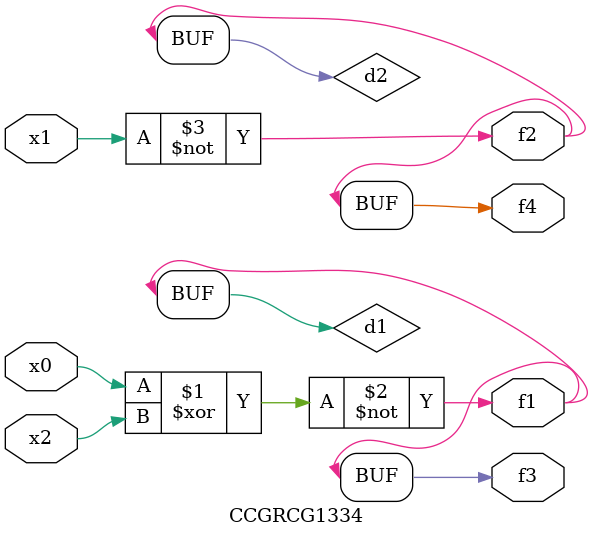
<source format=v>
module CCGRCG1334(
	input x0, x1, x2,
	output f1, f2, f3, f4
);

	wire d1, d2, d3;

	xnor (d1, x0, x2);
	nand (d2, x1);
	nor (d3, x1, x2);
	assign f1 = d1;
	assign f2 = d2;
	assign f3 = d1;
	assign f4 = d2;
endmodule

</source>
